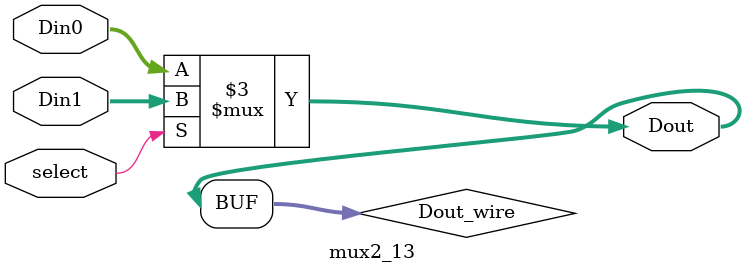
<source format=sv>
module mux2_13 (input [12:0] Din0, Din1,
				   input select,
				   output [12:0] Dout);
				 
logic [12:0] Dout_wire;
assign Dout = Dout_wire;
always @ (Din0 or Din1 or select)		// inputs to mux
begin
	case(select)								// select truth table
	1'b0		:Dout_wire = Din0; 
	default  	:Dout_wire = Din1; 
	endcase
end
endmodule 
</source>
